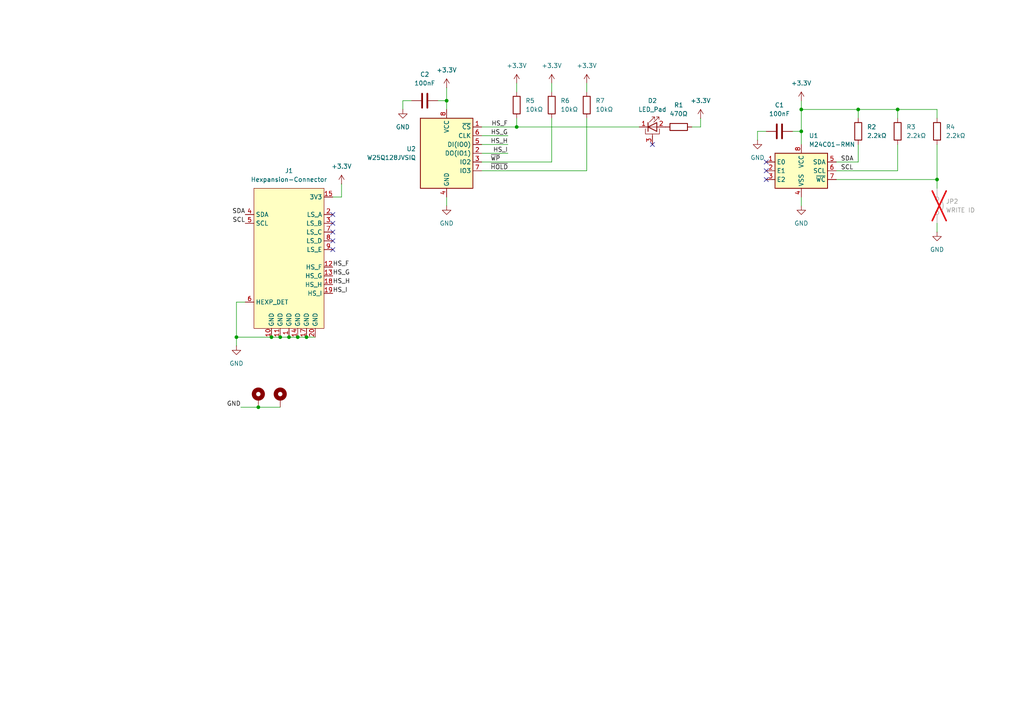
<source format=kicad_sch>
(kicad_sch (version 20231120) (generator "eeschema") (generator_version "8.0")
  (paper "A4")
  (title_block (title "Flopagon") (date "2024-06-07") (rev "V1.0") (company "Nathan Dumont"))
  (lib_symbols
    (symbol "Device:C" (pin_numbers hide) (pin_names (offset 0.254))
      (property "Reference" "C" (at 0.635 2.54 0))
      (property "Value" "C" (at 0.635 -2.54 0))
      (symbol "C_0_1"
        (polyline (pts (xy -2.032 -0.762) (xy 2.032 -0.762)) (stroke (width 0.508)))
        (polyline (pts (xy -2.032 0.762) (xy 2.032 0.762)) (stroke (width 0.508)))
      )
      (symbol "C_1_1"
        (pin passive line (at 0 3.81 270) (length 2.794) (name "~") (number "1"))
        (pin passive line (at 0 -3.81 90) (length 2.794) (name "~") (number "2"))
      )
    )
    (symbol "Device:LED_Pad" (pin_names (offset 1.016) hide)
      (property "Reference" "D" (at 0 5.715 0))
      (property "Value" "LED_Pad" (at 0 3.81 0))
      (symbol "LED_Pad_0_1"
        (polyline (pts (xy -1.27 -1.27) (xy -1.27 1.27)) (stroke (width 0.254)))
        (polyline (pts (xy -1.27 0) (xy 1.27 0)))
        (polyline (pts (xy 0 -2.54) (xy 0 -2.032)))
        (polyline (pts (xy -2.032 -0.508) (xy -2.032 -2.032) (xy 2.032 -2.032) (xy 2.032 -0.508)))
        (polyline (pts (xy 1.27 -1.27) (xy 1.27 1.27) (xy -1.27 0) (xy 1.27 -1.27)) (stroke (width 0.254)))
        (polyline (pts (xy -0.889 1.397) (xy 0.635 2.921) (xy -0.127 2.921) (xy 0.635 2.921) (xy 0.635 2.159)))
        (polyline (pts (xy 0.381 1.397) (xy 1.905 2.921) (xy 1.143 2.921) (xy 1.905 2.921) (xy 1.905 2.159)))
      )
      (symbol "LED_Pad_1_1"
        (pin passive line (at -3.81 0 0) (length 2.54) (name "K") (number "1"))
        (pin passive line (at 3.81 0 180) (length 2.54) (name "A") (number "2"))
        (pin passive line (at 0 -5.08 90) (length 2.54) (name "PAD") (number "3"))
      )
    )
    (symbol "Device:R" (pin_numbers hide) (pin_names (offset 0))
      (property "Reference" "R" (at 2.032 0 90))
      (property "Value" "R" (at 0 0 90))
      (symbol "R_0_1"
        (rectangle (start -1.016 -2.54) (end 1.016 2.54) (stroke (width 0.254)))
      )
      (symbol "R_1_1"
        (pin passive line (at 0 3.81 270) (length 1.27) (name "~") (number "1"))
        (pin passive line (at 0 -3.81 90) (length 1.27) (name "~") (number "2"))
      )
    )
    (symbol "Jumper:Jumper_2_Open" (pin_numbers hide) (pin_names (offset 0) hide) (exclude_from_sim yes)
      (property "Reference" "JP" (at 0 2.794 0))
      (property "Value" "Jumper_2_Open" (at 0 -2.286 0))
      (symbol "Jumper_2_Open_0_0"
        (circle (center -2.032 0) (radius 0.508))
        (circle (center 2.032 0) (radius 0.508))
      )
      (symbol "Jumper_2_Open_0_1"
        (arc (start 1.524 1.27) (mid 0 1.778) (end -1.524 1.27))
      )
      (symbol "Jumper_2_Open_1_1"
        (pin passive line (at -5.08 0 0) (length 2.54) (name "A") (number "1"))
        (pin passive line (at 5.08 0 180) (length 2.54) (name "B") (number "2"))
      )
    )
    (symbol "Mechanical:MountingHole" (pin_names (offset 1.016)) (exclude_from_sim yes) (in_bom no)
      (property "Reference" "H" (at 0 5.08 0))
      (property "Value" "MountingHole" (at 0 3.175 0))
      (symbol "MountingHole_0_1"
        (circle (center 0 0) (radius 1.27) (stroke (width 1.27)))
      )
    )
    (symbol "Mechanical:MountingHole_Pad" (pin_numbers hide) (pin_names (offset 1.016) hide)
      (property "Reference" "H" (at 0 6.35 0))
      (property "Value" "MountingHole_Pad" (at 0 4.445 0))
      (symbol "MountingHole_Pad_0_1"
        (circle (center 0 1.27) (radius 1.27) (stroke (width 1.27)))
      )
      (symbol "MountingHole_Pad_1_1"
        (pin input line (at 0 -2.54 90) (length 2.54) (name "1") (number "1"))
      )
    )
    (symbol "Memory_EEPROM:M24C01-RMN"
      (property "Reference" "U" (at -6.35 6.35 0))
      (property "Value" "M24C01-RMN" (at 7.62 6.35 0))
      (symbol "M24C01-RMN_0_1"
        (rectangle (start -7.62 5.08) (end 7.62 -5.08) (stroke (width 0.254)) (fill (type background)))
      )
      (symbol "M24C01-RMN_1_1"
        (pin input line (at -10.16 2.54 0) (length 2.54) (name "E0") (number "1"))
        (pin input line (at -10.16 0 0) (length 2.54) (name "E1") (number "2"))
        (pin input line (at -10.16 -2.54 0) (length 2.54) (name "E2") (number "3"))
        (pin power_in line (at 0 -7.62 90) (length 2.54) (name "VSS") (number "4"))
        (pin bidirectional line (at 10.16 2.54 180) (length 2.54) (name "SDA") (number "5"))
        (pin input line (at 10.16 0 180) (length 2.54) (name "SCL") (number "6"))
        (pin input line (at 10.16 -2.54 180) (length 2.54) (name "~{WC}") (number "7"))
        (pin power_in line (at 0 7.62 270) (length 2.54) (name "VCC") (number "8"))
      )
    )
    (symbol "Memory_Flash:W25Q128JVS"
      (property "Reference" "U" (at -8.89 8.89 0))
      (property "Value" "W25Q128JVS" (at 7.62 8.89 0))
      (symbol "W25Q128JVS_0_1"
        (rectangle (start -7.62 10.16) (end 7.62 -10.16) (stroke (width 0.254)) (fill (type background)))
      )
      (symbol "W25Q128JVS_1_1"
        (pin input line (at -10.16 7.62 0) (length 2.54) (name "~{CS}") (number "1"))
        (pin bidirectional line (at -10.16 0 0) (length 2.54) (name "DO(IO1)") (number "2"))
        (pin bidirectional line (at -10.16 -2.54 0) (length 2.54) (name "IO2") (number "3"))
        (pin power_in line (at 0 -12.7 90) (length 2.54) (name "GND") (number "4"))
        (pin bidirectional line (at -10.16 2.54 0) (length 2.54) (name "DI(IO0)") (number "5"))
        (pin input line (at -10.16 5.08 0) (length 2.54) (name "CLK") (number "6"))
        (pin bidirectional line (at -10.16 -5.08 0) (length 2.54) (name "IO3") (number "7"))
        (pin power_in line (at 0 12.7 270) (length 2.54) (name "VCC") (number "8"))
      )
    )
    (symbol "power:+3.3V" (power) (pin_numbers hide) (pin_names (offset 0) hide)
      (property "Value" "+3.3V" (at 0 3.556 0))
      (symbol "+3.3V_0_1"
        (polyline (pts (xy -0.762 1.27) (xy 0 2.54)))
        (polyline (pts (xy 0 0) (xy 0 2.54)))
        (polyline (pts (xy 0 2.54) (xy 0.762 1.27)))
      )
      (symbol "+3.3V_1_1"
        (pin power_in line (at 0 0 90) (length 0) (name "~") (number "1"))
      )
    )
    (symbol "power:GND" (power) (pin_numbers hide) (pin_names (offset 0) hide)
      (property "Value" "GND" (at 0 -3.81 0))
      (symbol "GND_0_1"
        (polyline (pts (xy 0 0) (xy 0 -1.27) (xy 1.27 -1.27) (xy 0 -2.54) (xy -1.27 -1.27) (xy 0 -1.27)))
      )
      (symbol "GND_1_1"
        (pin power_in line (at 0 0 270) (length 0) (name "~") (number "1"))
      )
    )
    (symbol "tildagon:hexpansion-edge-connector" (in_bom no)
      (property "Reference" "J" (at -6.35 17.78 0))
      (property "Value" "Hexpansion-Connector" (at 0 21.59 0))
      (symbol "hexpansion-edge-connector_1_1"
        (rectangle (start -10.16 20.32) (end 10.16 -20.32) (fill (type background)))
        (pin power_out line (at 0 -22.86 90) (length 2.54) (name "GND") (number "1"))
        (pin passive line (at -5.08 -22.86 90) (length 2.54) (name "GND") (number "10"))
        (pin passive line (at -2.54 -22.86 90) (length 2.54) (name "GND") (number "11"))
        (pin bidirectional line (at 12.7 -2.54 180) (length 2.54) (name "HS_F") (number "12"))
        (pin bidirectional line (at 12.7 -5.08 180) (length 2.54) (name "HS_G") (number "13"))
        (pin passive line (at 2.54 -22.86 90) (length 2.54) (name "GND") (number "14"))
        (pin power_out line (at 12.7 17.78 180) (length 2.54) (name "3V3") (number "15"))
        (pin passive line (at 12.7 17.78 180) (length 2.54) hide (name "3V3") (number "16"))
        (pin passive line (at 5.08 -22.86 90) (length 2.54) (name "GND") (number "17"))
        (pin bidirectional line (at 12.7 -7.62 180) (length 2.54) (name "HS_H") (number "18"))
        (pin bidirectional line (at 12.7 -10.16 180) (length 2.54) (name "HS_I") (number "19"))
        (pin bidirectional line (at 12.7 12.7 180) (length 2.54) (name "LS_A") (number "2"))
        (pin passive line (at 7.62 -22.86 90) (length 2.54) (name "GND") (number "20"))
        (pin bidirectional line (at 12.7 10.16 180) (length 2.54) (name "LS_B") (number "3"))
        (pin bidirectional line (at -12.7 12.7 0) (length 2.54) (name "SDA") (number "4"))
        (pin output line (at -12.7 10.16 0) (length 2.54) (name "SCL") (number "5"))
        (pin bidirectional line (at -12.7 -12.7 0) (length 2.54) (name "HEXP_DET") (number "6"))
        (pin bidirectional line (at 12.7 7.62 180) (length 2.54) (name "LS_C") (number "7"))
        (pin bidirectional line (at 12.7 5.08 180) (length 2.54) (name "LS_D") (number "8"))
        (pin bidirectional line (at 12.7 2.54 180) (length 2.54) (name "LS_E") (number "9"))
      )
    )
  )
  (junction (at 88.9 97.79))
  (junction (at 81.28 97.79))
  (junction (at 86.36 97.79))
  (junction (at 83.82 97.79))
  (junction (at 78.74 97.79))
  (junction (at 232.41 31.75))
  (junction (at 232.41 38.1))
  (junction (at 271.78 52.07))
  (junction (at 260.35 31.75))
  (junction (at 68.58 97.79))
  (junction (at 149.86 36.83))
  (junction (at 248.92 31.75))
  (junction (at 129.54 29.21))
  (junction (at 74.93 118.11))
  (no_connect (at 96.52 72.39))
  (no_connect (at 189.23 41.91))
  (no_connect (at 222.25 49.53))
  (no_connect (at 96.52 67.31))
  (no_connect (at 96.52 62.23))
  (no_connect (at 222.25 52.07))
  (no_connect (at 96.52 69.85))
  (no_connect (at 96.52 64.77))
  (no_connect (at 222.25 46.99))
  (wire (pts (xy 74.93 118.11) (xy 81.28 118.11)))
  (wire (pts (xy 81.28 97.79) (xy 83.82 97.79)))
  (wire (pts (xy 129.54 25.4) (xy 129.54 29.21)))
  (wire (pts (xy 99.06 53.34) (xy 99.06 57.15)))
  (wire (pts (xy 116.84 29.21) (xy 116.84 31.75)))
  (wire (pts (xy 139.7 44.45) (xy 147.32 44.45)))
  (wire (pts (xy 248.92 31.75) (xy 260.35 31.75)))
  (wire (pts (xy 83.82 97.79) (xy 86.36 97.79)))
  (wire (pts (xy 203.2 34.29) (xy 203.2 36.83)))
  (wire (pts (xy 139.7 41.91) (xy 147.32 41.91)))
  (wire (pts (xy 86.36 97.79) (xy 88.9 97.79)))
  (wire (pts (xy 229.87 38.1) (xy 232.41 38.1)))
  (wire (pts (xy 149.86 36.83) (xy 185.42 36.83)))
  (wire (pts (xy 129.54 57.15) (xy 129.54 59.69)))
  (wire (pts (xy 260.35 41.91) (xy 260.35 49.53)))
  (wire (pts (xy 222.25 38.1) (xy 219.71 38.1)))
  (wire (pts (xy 149.86 34.29) (xy 149.86 36.83)))
  (wire (pts (xy 271.78 41.91) (xy 271.78 52.07)))
  (wire (pts (xy 242.57 46.99) (xy 248.92 46.99)))
  (wire (pts (xy 232.41 38.1) (xy 232.41 41.91)))
  (wire (pts (xy 160.02 34.29) (xy 160.02 46.99)))
  (wire (pts (xy 232.41 31.75) (xy 248.92 31.75)))
  (wire (pts (xy 271.78 31.75) (xy 260.35 31.75)))
  (wire (pts (xy 232.41 57.15) (xy 232.41 59.69)))
  (wire (pts (xy 219.71 38.1) (xy 219.71 40.64)))
  (wire (pts (xy 170.18 49.53) (xy 139.7 49.53)))
  (wire (pts (xy 68.58 87.63) (xy 71.12 87.63)))
  (wire (pts (xy 139.7 36.83) (xy 149.86 36.83)))
  (wire (pts (xy 200.66 36.83) (xy 203.2 36.83)))
  (wire (pts (xy 68.58 100.33) (xy 68.58 97.79)))
  (wire (pts (xy 271.78 52.07) (xy 271.78 54.61)))
  (wire (pts (xy 160.02 24.13) (xy 160.02 26.67)))
  (wire (pts (xy 248.92 41.91) (xy 248.92 46.99)))
  (wire (pts (xy 69.85 118.11) (xy 74.93 118.11)))
  (wire (pts (xy 260.35 49.53) (xy 242.57 49.53)))
  (wire (pts (xy 271.78 52.07) (xy 242.57 52.07)))
  (wire (pts (xy 170.18 34.29) (xy 170.18 49.53)))
  (wire (pts (xy 260.35 31.75) (xy 260.35 34.29)))
  (wire (pts (xy 271.78 64.77) (xy 271.78 67.31)))
  (wire (pts (xy 68.58 97.79) (xy 68.58 87.63)))
  (wire (pts (xy 99.06 57.15) (xy 96.52 57.15)))
  (wire (pts (xy 139.7 39.37) (xy 147.32 39.37)))
  (wire (pts (xy 129.54 29.21) (xy 129.54 31.75)))
  (wire (pts (xy 232.41 31.75) (xy 232.41 38.1)))
  (wire (pts (xy 170.18 24.13) (xy 170.18 26.67)))
  (wire (pts (xy 127 29.21) (xy 129.54 29.21)))
  (wire (pts (xy 149.86 24.13) (xy 149.86 26.67)))
  (wire (pts (xy 271.78 34.29) (xy 271.78 31.75)))
  (wire (pts (xy 232.41 29.21) (xy 232.41 31.75)))
  (wire (pts (xy 248.92 34.29) (xy 248.92 31.75)))
  (wire (pts (xy 160.02 46.99) (xy 139.7 46.99)))
  (wire (pts (xy 88.9 97.79) (xy 91.44 97.79)))
  (wire (pts (xy 68.58 97.79) (xy 78.74 97.79)))
  (wire (pts (xy 119.38 29.21) (xy 116.84 29.21)))
  (wire (pts (xy 78.74 97.79) (xy 81.28 97.79)))
  (label "GND" (at 69.85 118.11 180))
  (label "SCL" (at 71.12 64.77 180))
  (label "SDA" (at 71.12 62.23 180))
  (label "HS_I" (at 96.52 85.09 0))
  (label "HS_F" (at 147.32 36.83 180))
  (label "HS_H" (at 147.32 41.91 180))
  (label "~{HOLD}" (at 142.24 49.53 0))
  (label "HS_F" (at 96.52 77.47 0))
  (label "HS_G" (at 96.52 80.01 0))
  (label "HS_H" (at 96.52 82.55 0))
  (label "SCL" (at 243.84 49.53 0))
  (label "~{WP}" (at 142.24 46.99 0))
  (label "HS_I" (at 147.32 44.45 180))
  (label "SDA" (at 243.84 46.99 0))
  (label "HS_G" (at 147.32 39.37 180))
  (symbol (lib_id "Mechanical:MountingHole") (at -6.35 121.92 0) (unit 1) (exclude_from_sim yes) (in_bom no)
    (property "Reference" "H3" (effects (hide yes)))
    (property "Value" "MountingHole" (effects (hide yes)))
    (property "Footprint" "extras:floppy_12mm" (effects (hide yes)))
    (property "Description" "Mounting Hole without connection" (effects (hide yes)))
  )
  (symbol (lib_id "Device:R") (at 196.85 36.83 270) (mirror x) (unit 1)
    (property "Reference" "R1" (at 196.85 30.48 90))
    (property "Value" "470Ω" (at 196.85 33.02 90))
    (property "Footprint" "Resistor_SMD:R_0603_1608Metric" (effects (hide yes)))
    (property "LCSC" "C23179" (effects (hide yes)))
  )
  (symbol (lib_id "power:+3.3V") (at 170.18 24.13 0) (unit 1)
    (property "Reference" "#PWR013" (effects (hide yes)))
    (property "Value" "+3.3V" (at 170.18 19.05 0))
    (property "Description" "Power symbol creates a global label with name \"+3.3V\"" (effects (hide yes)))
  )
  (symbol (lib_id "power:GND") (at 219.71 40.64 0) (unit 1)
    (property "Reference" "#PWR03" (effects (hide yes)))
    (property "Value" "GND" (at 219.71 45.72 0))
    (property "Description" "Power symbol creates a global label with name \"GND\" , ground" (effects (hide yes)))
  )
  (symbol (lib_id "Device:R") (at 260.35 38.1 0) (unit 1)
    (property "Reference" "R3" (at 262.89 36.8299 0) (effects (justify left)))
    (property "Value" "2.2kΩ" (at 262.89 39.3699 0) (effects (justify left)))
    (property "Footprint" "Resistor_SMD:R_0603_1608Metric" (effects (hide yes)))
    (property "Description" "Resistor" (effects (hide yes)))
    (property "LCSC" "C4190" (effects (hide yes)))
  )
  (symbol (lib_id "power:+3.3V") (at 232.41 29.21 0) (unit 1)
    (property "Reference" "#PWR02" (effects (hide yes)))
    (property "Value" "+3.3V" (at 232.41 24.13 0))
    (property "Description" "Power symbol creates a global label with name \"+3.3V\"" (effects (hide yes)))
  )
  (symbol (lib_id "Mechanical:MountingHole_Pad") (at 74.93 115.57 0) (unit 1) (in_bom no)
    (property "Reference" "H1" (effects (hide yes)))
    (property "Value" "MountingHole_Pad" (effects (hide yes)))
    (property "Footprint" "MountingHole:MountingHole_2.2mm_M2_Pad_Via" (effects (hide yes)))
  )
  (symbol (lib_id "Device:R") (at 248.92 38.1 0) (unit 1)
    (property "Reference" "R2" (at 251.46 36.8299 0) (effects (justify left)))
    (property "Value" "2.2kΩ" (at 251.46 39.3699 0) (effects (justify left)))
    (property "Footprint" "Resistor_SMD:R_0603_1608Metric" (effects (hide yes)))
    (property "Description" "Resistor" (effects (hide yes)))
    (property "LCSC" "C4190" (effects (hide yes)))
  )
  (symbol (lib_id "Device:R") (at 271.78 38.1 0) (unit 1)
    (property "Reference" "R4" (at 274.32 36.8299 0) (effects (justify left)))
    (property "Value" "2.2kΩ" (at 274.32 39.3699 0) (effects (justify left)))
    (property "Footprint" "Resistor_SMD:R_0603_1608Metric" (effects (hide yes)))
    (property "Description" "Resistor" (effects (hide yes)))
    (property "LCSC" "C4190" (effects (hide yes)))
  )
  (symbol (lib_id "Memory_EEPROM:M24C01-RMN") (at 232.41 49.53 0) (unit 1)
    (property "Reference" "U1" (at 234.6041 39.37 0) (effects (justify left)))
    (property "Value" "M24C01-RMN" (at 234.6041 41.91 0) (effects (justify left)))
    (property "Footprint" "Package_SO:SOIC-8_3.9x4.9mm_P1.27mm" (effects (hide yes)))
    (property "Datasheet" "http://www.st.com/content/ccc/resource/technical/document/datasheet/b0/d8/50/40/5a/85/49/6f/DM00071904.pdf/files/DM00071904.pdf/jcr:content/translations/en.DM00071904.pdf" (effects (hide yes)))
    (property "Description" "1Kb (128x8) I2C Serial EEPROM, 1.8-5.5V, SOIC-8" (effects (hide yes)))
    (property "LCSC" "C79946" (effects (hide yes)))
  )
  (symbol (lib_id "power:+3.3V") (at 160.02 24.13 0) (unit 1)
    (property "Reference" "#PWR010" (effects (hide yes)))
    (property "Value" "+3.3V" (at 160.02 19.05 0))
    (property "Description" "Power symbol creates a global label with name \"+3.3V\"" (effects (hide yes)))
  )
  (symbol (lib_id "Device:C") (at 123.19 29.21 90) (unit 1)
    (property "Reference" "C2" (at 123.19 21.59 90))
    (property "Value" "100nF" (at 123.19 24.13 90))
    (property "Footprint" "Capacitor_SMD:C_0603_1608Metric" (effects (hide yes)))
    (property "Description" "Unpolarized capacitor" (effects (hide yes)))
    (property "LCSC" "C14663" (effects (hide yes)))
  )
  (symbol (lib_id "Mechanical:MountingHole_Pad") (at 81.28 115.57 0) (unit 1) (in_bom no)
    (property "Reference" "H2" (effects (hide yes)))
    (property "Value" "MountingHole_Pad" (effects (hide yes)))
    (property "Footprint" "MountingHole:MountingHole_2.2mm_M2_Pad_Via" (effects (hide yes)))
  )
  (symbol (lib_id "power:GND") (at 68.58 100.33 0) (unit 1)
    (property "Reference" "#PWR05" (effects (hide yes)))
    (property "Value" "GND" (at 68.58 105.41 0))
    (property "Description" "Power symbol creates a global label with name \"GND\" , ground" (effects (hide yes)))
  )
  (symbol (lib_id "power:+3.3V") (at 129.54 25.4 0) (unit 1)
    (property "Reference" "#PWR08" (effects (hide yes)))
    (property "Value" "+3.3V" (at 129.54 20.32 0))
    (property "Description" "Power symbol creates a global label with name \"+3.3V\"" (effects (hide yes)))
  )
  (symbol (lib_id "tildagon:hexpansion-edge-connector") (at 83.82 74.93 0) (unit 1) (exclude_from_sim yes) (in_bom no)
    (property "Reference" "J1" (at 83.82 49.53 0))
    (property "Value" "Hexpansion-Connector" (at 83.82 52.07 0))
    (property "Footprint" "tildagon:hexpansion-edge-connector" (effects (hide yes)))
  )
  (symbol (lib_id "Jumper:Jumper_2_Open") (at 271.78 59.69 270) (unit 1) (exclude_from_sim yes) (dnp yes)
    (property "Reference" "JP2" (at 274.32 58.4199 90) (effects (justify left)))
    (property "Value" "WRITE ID" (at 274.32 60.9599 90) (effects (justify left)))
    (property "Footprint" "Connector_PinHeader_2.54mm:PinHeader_1x02_P2.54mm_Vertical" (effects (hide yes)))
    (property "Description" "Jumper, 2-pole, open" (effects (hide yes)))
  )
  (symbol (lib_id "Device:C") (at 226.06 38.1 90) (unit 1)
    (property "Reference" "C1" (at 226.06 30.48 90))
    (property "Value" "100nF" (at 226.06 33.02 90))
    (property "Footprint" "Capacitor_SMD:C_0603_1608Metric" (effects (hide yes)))
    (property "Description" "Unpolarized capacitor" (effects (hide yes)))
    (property "LCSC" "C14663" (effects (hide yes)))
  )
  (symbol (lib_id "Device:LED_Pad") (at 189.23 36.83 0) (unit 1)
    (property "Reference" "D2" (at 189.23 29.21 0))
    (property "Value" "LED_Pad" (at 189.23 31.75 0))
    (property "Footprint" "extras:LED_1204_Sideview" (effects (hide yes)))
    (property "Description" "Light emitting diode with pad" (effects (hide yes)))
    (property "LCSC" "C5160726" (effects (hide yes)))
  )
  (symbol (lib_id "Device:R") (at 149.86 30.48 0) (unit 1)
    (property "Reference" "R5" (at 152.4 29.2099 0) (effects (justify left)))
    (property "Value" "10kΩ" (at 152.4 31.7499 0) (effects (justify left)))
    (property "Footprint" "Resistor_SMD:R_0603_1608Metric" (effects (hide yes)))
    (property "Description" "Resistor" (effects (hide yes)))
    (property "LCSC" "C25804" (effects (hide yes)))
  )
  (symbol (lib_id "Device:R") (at 170.18 30.48 0) (unit 1)
    (property "Reference" "R7" (at 172.72 29.2099 0) (effects (justify left)))
    (property "Value" "10kΩ" (at 172.72 31.7499 0) (effects (justify left)))
    (property "Footprint" "Resistor_SMD:R_0603_1608Metric" (effects (hide yes)))
    (property "Description" "Resistor" (effects (hide yes)))
    (property "LCSC" "C25804" (effects (hide yes)))
  )
  (symbol (lib_id "power:+3.3V") (at 149.86 24.13 0) (unit 1)
    (property "Reference" "#PWR09" (effects (hide yes)))
    (property "Value" "+3.3V" (at 149.86 19.05 0))
    (property "Description" "Power symbol creates a global label with name \"+3.3V\"" (effects (hide yes)))
  )
  (symbol (lib_id "Device:R") (at 160.02 30.48 0) (unit 1)
    (property "Reference" "R6" (at 162.56 29.2099 0) (effects (justify left)))
    (property "Value" "10kΩ" (at 162.56 31.7499 0) (effects (justify left)))
    (property "Footprint" "Resistor_SMD:R_0603_1608Metric" (effects (hide yes)))
    (property "Description" "Resistor" (effects (hide yes)))
    (property "LCSC" "C25804" (effects (hide yes)))
  )
  (symbol (lib_id "Memory_Flash:W25Q128JVS") (at 129.54 44.45 0) (mirror y) (unit 1)
    (property "Reference" "U2" (at 120.65 43.1799 0) (effects (justify left)))
    (property "Value" "W25Q128JVSIQ" (at 120.65 45.7199 0) (effects (justify left)))
    (property "Footprint" "Package_SO:SOIC-8_5.23x5.23mm_P1.27mm" (effects (hide yes)))
    (property "Datasheet" "http://www.winbond.com/resource-files/w25q128jv_dtr%20revc%2003272018%20plus.pdf" (effects (hide yes)))
    (property "Description" "128Mb Serial Flash Memory, Standard/Dual/Quad SPI, SOIC-8" (effects (hide yes)))
    (property "LCSC" "C97521" (effects (hide yes)))
  )
  (symbol (lib_id "power:GND") (at 116.84 31.75 0) (unit 1)
    (property "Reference" "#PWR06" (effects (hide yes)))
    (property "Value" "GND" (at 116.84 36.83 0))
    (property "Description" "Power symbol creates a global label with name \"GND\" , ground" (effects (hide yes)))
  )
  (symbol (lib_id "power:+3.3V") (at 203.2 34.29 0) (mirror y) (unit 1)
    (property "Reference" "#PWR011" (effects (hide yes)))
    (property "Value" "+3.3V" (at 203.2 29.21 0))
    (property "Description" "Power symbol creates a global label with name \"+3.3V\"" (effects (hide yes)))
  )
  (symbol (lib_id "power:GND") (at 232.41 59.69 0) (unit 1)
    (property "Reference" "#PWR01" (effects (hide yes)))
    (property "Value" "GND" (at 232.41 64.77 0))
    (property "Description" "Power symbol creates a global label with name \"GND\" , ground" (effects (hide yes)))
  )
  (symbol (lib_id "power:GND") (at 129.54 59.69 0) (unit 1)
    (property "Reference" "#PWR07" (effects (hide yes)))
    (property "Value" "GND" (at 129.54 64.77 0))
    (property "Description" "Power symbol creates a global label with name \"GND\" , ground" (effects (hide yes)))
  )
  (symbol (lib_id "power:GND") (at 271.78 67.31 0) (unit 1)
    (property "Reference" "#PWR04" (effects (hide yes)))
    (property "Value" "GND" (at 271.78 72.39 0))
    (property "Description" "Power symbol creates a global label with name \"GND\" , ground" (effects (hide yes)))
  )
  (symbol (lib_id "power:+3.3V") (at 99.06 53.34 0) (unit 1)
    (property "Reference" "#PWR012" (effects (hide yes)))
    (property "Value" "+3.3V" (at 99.06 48.26 0))
    (property "Description" "Power symbol creates a global label with name \"+3.3V\"" (effects (hide yes)))
  )
)
</source>
